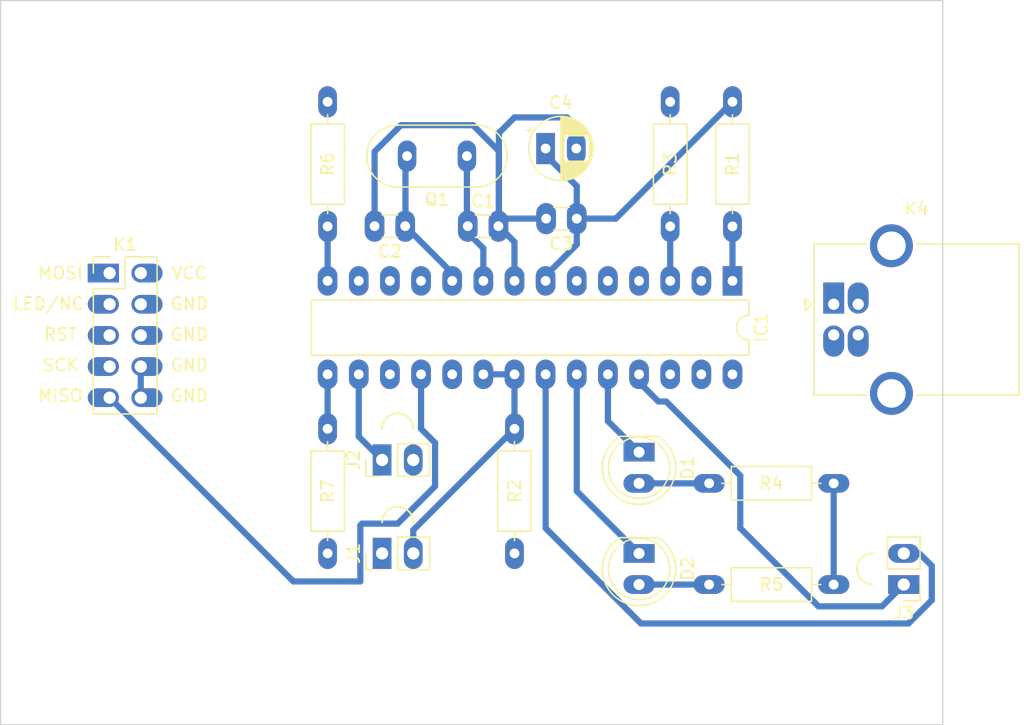
<source format=kicad_pcb>
(kicad_pcb (version 20211014) (generator pcbnew)
  (layers (0 "F.Cu" signal) (31 "B.Cu" signal) (34 "B.Paste" user) (35 "F.Paste" user) (36 "B.SilkS" user "B.Silkscreen") (37 "F.SilkS" user "F.Silkscreen") (38 "B.Mask" user) (39 "F.Mask" user) (44 "Edge.Cuts" user))
  (net 0 "")
  (net 1 "Net-(C1-Pad1)")
  (net 2 "GND")
  (net 3 "Net-(C2-Pad1)")
  (net 4 "VCC")
  (net 5 "Net-(D1-Pad1)")
  (net 6 "Net-(D1-Pad2)")
  (net 7 "Net-(D2-Pad1)")
  (net 8 "Net-(D2-Pad2)")
  (net 9 "Net-(IC1-Pad1)")
  (net 10 "Net-(IC1-Pad2)")
  (net 11 "Net-(IC1-Pad3)")
  (net 12 "Net-(IC1-Pad15)")
  (net 18 "Net-(IC1-Pad14)")
  (net 19 "Net-(IC1-Pad16)")
  (net 20 "Net-(IC1-Pad17)")
  (net 21 "Net-(IC1-Pad18)")
  (net 22 "Net-(IC1-Pad19)")
  (net 23 "Net-(IC1-Pad25)")
  (net 27 "Net-(J1-Pad1)")
  (net 29 "Net-(K1-Pad4)")
  (net 30 "Net-(K4-Pad2)")
  (net 31 "Net-(K4-Pad3)")
  (footprint "My_Parts:Jumper_1x02_P2.54mm_large" (layer "F.Cu") (at 191.135 162.56 90)
    (fp_text reference "J1" (at 0 -2.33 90) (layer "F.SilkS"))
    (fp_text value "V Target" hide)
    (fp_line (start -1.33 0) (end -1.33 -1.33) (layer "F.SilkS") (width 0.12))
    (fp_line (start -1.33 1.27) (end -1.33 3.87) (layer "F.SilkS") (width 0.12))
    (fp_line (start -1.33 -1.33) (end 0 -1.33) (layer "F.SilkS") (width 0.12))
    (fp_line (start 1.33 1.27) (end 1.33 3.87) (layer "F.SilkS") (width 0.12))
    (fp_line (start -1.33 1.27) (end 1.33 1.27) (layer "F.SilkS") (width 0.12))
    (fp_line (start -1.33 3.87) (end 1.33 3.87) (layer "F.SilkS") (width 0.12))
    (fp_arc (start 2.54 0) (mid 3.81 1.27) (end 2.54 2.54) (layer "F.SilkS") (width 0.15))
    (pad "1" thru_hole rect locked (at 0 0 90) (size 2.54 1.524) (drill 1) (layers *.Cu *.Mask) (net 27 "Net-(J1-Pad1)"))
    (pad "2" thru_hole oval locked (at 0 2.54 90) (size 2.54 1.524) (drill 1) (layers *.Cu *.Mask) (net 4 "VCC"))
  )
  (footprint "My_Misc:R_Axial_DIN0207_L6.3mm_D2.5mm_P10.16mm_Horizontal_larger_pads" (layer "F.Cu") (at 186.69 152.4 -90)
    (fp_text reference "R7" (at 5.08 0 90) (layer "F.SilkS"))
    (fp_text value "68R" hide)
    (fp_line (start 8.35 -1.37) (end 1.81 -1.37) (layer "F.SilkS") (width 0.12))
    (fp_line (start 1.81 1.37) (end 8.35 1.37) (layer "F.SilkS") (width 0.12))
    (fp_line (start 9.12 0) (end 8.35 0) (layer "F.SilkS") (width 0.12))
    (fp_line (start 8.35 1.37) (end 8.35 -1.37) (layer "F.SilkS") (width 0.12))
    (fp_line (start 1.04 0) (end 1.81 0) (layer "F.SilkS") (width 0.12))
    (fp_line (start 1.81 -1.37) (end 1.81 1.37) (layer "F.SilkS") (width 0.12))
    (pad "1" thru_hole oval (at 0 0 270) (size 2.54 1.524) (drill 0.8) (layers *.Cu *.Mask) (net 12 "Net-(IC1-Pad15)"))
    (pad "2" thru_hole oval (at 10.16 0 270) (size 2.54 1.524) (drill 0.8) (layers *.Cu *.Mask) (net 31 "Net-(K4-Pad3)"))
  )
  (footprint "My_Misc:LED_D5.0mm_larger_pads" (layer "F.Cu") (at 212.09 162.56 -90)
    (fp_text reference "D2" (at 1.27 -3.96 90) (layer "F.SilkS"))
    (fp_text value "Green" hide)
    (fp_line (start -1.29 -1.545) (end -1.29 1.545) (layer "F.SilkS") (width 0.12))
    (fp_arc (start 4.26 -0.000462) (mid 2.072002 2.880433) (end -1.29 1.54483) (layer "F.SilkS") (width 0.12))
    (fp_arc (start -1.29 -1.54483) (mid 2.072002 -2.880433) (end 4.26 0.000462) (layer "F.SilkS") (width 0.12))
    (fp_circle (center 1.27 0) (end 3.77 0) (layer "F.SilkS") (width 0.12) (fill none))
    (pad "1" thru_hole rect locked (at 0 0 270) (size 1.524 2.54) (drill 0.9) (layers *.Cu *.Mask) (net 7 "Net-(D2-Pad1)"))
    (pad "2" thru_hole oval locked (at 2.54 0 270) (size 1.524 2.54) (drill 0.9) (layers *.Cu *.Mask) (net 8 "Net-(D2-Pad2)"))
  )
  (footprint "My_Misc:R_Axial_DIN0207_L6.3mm_D2.5mm_P10.16mm_Horizontal_larger_pads" (layer "F.Cu") (at 201.93 152.4 -90)
    (fp_text reference "R2" (at 5.08 0 90) (layer "F.SilkS"))
    (fp_text value "1.5k" hide)
    (fp_line (start 8.35 1.37) (end 8.35 -1.37) (layer "F.SilkS") (width 0.12))
    (fp_line (start 1.81 1.37) (end 8.35 1.37) (layer "F.SilkS") (width 0.12))
    (fp_line (start 8.35 -1.37) (end 1.81 -1.37) (layer "F.SilkS") (width 0.12))
    (fp_line (start 1.81 -1.37) (end 1.81 1.37) (layer "F.SilkS") (width 0.12))
    (fp_line (start 9.12 0) (end 8.35 0) (layer "F.SilkS") (width 0.12))
    (fp_line (start 1.04 0) (end 1.81 0) (layer "F.SilkS") (width 0.12))
    (pad "1" thru_hole oval (at 0 0 270) (size 2.54 1.524) (drill 0.8) (layers *.Cu *.Mask) (net 4 "VCC"))
    (pad "2" thru_hole oval (at 10.16 0 270) (size 2.54 1.524) (drill 0.8) (layers *.Cu *.Mask) (net 18 "Net-(IC1-Pad14)"))
  )
  (footprint "My_Misc:Crystal_HC49-4H_Vertical_large" (layer "F.Cu") (at 198.05 130.155 180)
    (fp_text reference "Q1" (at 2.44 -3.525) (layer "F.SilkS"))
    (fp_text value "12MHz")
    (fp_line (start -0.76 -2.525) (end 5.64 -2.525) (layer "F.SilkS") (width 0.12))
    (fp_line (start -0.76 2.525) (end 5.64 2.525) (layer "F.SilkS") (width 0.12))
    (fp_arc (start -0.76 2.525) (mid -3.285 0) (end -0.76 -2.525) (layer "F.SilkS") (width 0.12))
    (fp_arc (start 5.64 -2.525) (mid 8.165 0) (end 5.64 2.525) (layer "F.SilkS") (width 0.12))
    (pad "1" thru_hole oval locked (at 0 0 180) (size 1.5 2.54) (drill 0.8) (layers *.Cu *.Mask) (net 1 "Net-(C1-Pad1)"))
    (pad "2" thru_hole oval locked (at 4.88 0 180) (size 1.5 2.54) (drill 0.8) (layers *.Cu *.Mask) (net 3 "Net-(C2-Pad1)"))
  )
  (footprint "My_Misc:R_Axial_DIN0207_L6.3mm_D2.5mm_P10.16mm_Horizontal_larger_pads" (layer "F.Cu") (at 214.63 135.89 90)
    (fp_text reference "R3" (at 5.08 0 90) (layer "F.SilkS"))
    (fp_text value "270R" hide)
    (fp_line (start 1.81 1.37) (end 8.35 1.37) (layer "F.SilkS") (width 0.12))
    (fp_line (start 8.35 -1.37) (end 1.81 -1.37) (layer "F.SilkS") (width 0.12))
    (fp_line (start 9.12 0) (end 8.35 0) (layer "F.SilkS") (width 0.12))
    (fp_line (start 8.35 1.37) (end 8.35 -1.37) (layer "F.SilkS") (width 0.12))
    (fp_line (start 1.04 0) (end 1.81 0) (layer "F.SilkS") (width 0.12))
    (fp_line (start 1.81 -1.37) (end 1.81 1.37) (layer "F.SilkS") (width 0.12))
    (pad "1" thru_hole oval (at 0 0 90) (size 2.54 1.524) (drill 0.8) (layers *.Cu *.Mask) (net 11 "Net-(IC1-Pad3)"))
    (pad "2" thru_hole oval (at 10.16 0 90) (size 2.54 1.524) (drill 0.8) (layers *.Cu *.Mask) (net 29 "Net-(K1-Pad4)"))
  )
  (footprint "My_Misc:LED_D5.0mm_larger_pads" (layer "F.Cu") (at 212.09 154.305 -90)
    (fp_text reference "D1" (at 1.27 -3.96 90) (layer "F.SilkS"))
    (fp_text value "Red" hide)
    (fp_line (start -1.29 -1.545) (end -1.29 1.545) (layer "F.SilkS") (width 0.12))
    (fp_arc (start -1.29 -1.54483) (mid 2.072002 -2.880433) (end 4.26 0.000462) (layer "F.SilkS") (width 0.12))
    (fp_arc (start 4.26 -0.000462) (mid 2.072002 2.880433) (end -1.29 1.54483) (layer "F.SilkS") (width 0.12))
    (fp_circle (center 1.27 0) (end 3.77 0) (layer "F.SilkS") (width 0.12) (fill none))
    (pad "1" thru_hole rect locked (at 0 0 270) (size 1.524 2.54) (drill 0.9) (layers *.Cu *.Mask) (net 5 "Net-(D1-Pad1)"))
    (pad "2" thru_hole oval locked (at 2.54 0 270) (size 1.524 2.54) (drill 0.9) (layers *.Cu *.Mask) (net 6 "Net-(D1-Pad2)"))
  )
  (footprint "My_Parts:Jumper_1x02_P2.54mm_large" (layer "F.Cu") (at 191.135 154.94 90)
    (fp_text reference "J2" (at 0 -2.33 90) (layer "F.SilkS"))
    (fp_text value "Self programming" hide)
    (fp_line (start -1.33 3.87) (end 1.33 3.87) (layer "F.SilkS") (width 0.12))
    (fp_line (start 1.33 1.27) (end 1.33 3.87) (layer "F.SilkS") (width 0.12))
    (fp_line (start -1.33 1.27) (end -1.33 3.87) (layer "F.SilkS") (width 0.12))
    (fp_line (start -1.33 -1.33) (end 0 -1.33) (layer "F.SilkS") (width 0.12))
    (fp_line (start -1.33 0) (end -1.33 -1.33) (layer "F.SilkS") (width 0.12))
    (fp_line (start -1.33 1.27) (end 1.33 1.27) (layer "F.SilkS") (width 0.12))
    (fp_arc (start 2.54 0) (mid 3.81 1.27) (end 2.54 2.54) (layer "F.SilkS") (width 0.15))
    (pad "1" thru_hole rect locked (at 0 0 90) (size 2.54 1.524) (drill 1) (layers *.Cu *.Mask) (net 19 "Net-(IC1-Pad16)"))
    (pad "2" thru_hole oval locked (at 0 2.54 90) (size 2.54 1.524) (drill 1) (layers *.Cu *.Mask) (net 9 "Net-(IC1-Pad1)"))
  )
  (footprint "My_Misc:R_Axial_DIN0207_L6.3mm_D2.5mm_P10.16mm_Horizontal_larger_pads" (layer "F.Cu") (at 227.965 156.845 180)
    (fp_text reference "R4" (at 5.08 0) (layer "F.SilkS"))
    (fp_text value "1k" hide)
    (fp_line (start 8.35 -1.37) (end 1.81 -1.37) (layer "F.SilkS") (width 0.12))
    (fp_line (start 8.35 1.37) (end 8.35 -1.37) (layer "F.SilkS") (width 0.12))
    (fp_line (start 1.81 -1.37) (end 1.81 1.37) (layer "F.SilkS") (width 0.12))
    (fp_line (start 1.04 0) (end 1.81 0) (layer "F.SilkS") (width 0.12))
    (fp_line (start 9.12 0) (end 8.35 0) (layer "F.SilkS") (width 0.12))
    (fp_line (start 1.81 1.37) (end 8.35 1.37) (layer "F.SilkS") (width 0.12))
    (pad "1" thru_hole oval (at 0 0 180) (size 2.54 1.524) (drill 0.8) (layers *.Cu *.Mask) (net 4 "VCC"))
    (pad "2" thru_hole oval (at 10.16 0 180) (size 2.54 1.524) (drill 0.8) (layers *.Cu *.Mask) (net 6 "Net-(D1-Pad2)"))
  )
  (footprint "My_Misc:R_Axial_DIN0207_L6.3mm_D2.5mm_P10.16mm_Horizontal_larger_pads" (layer "F.Cu") (at 186.69 135.89 90)
    (fp_text reference "R6" (at 5.08 0 90) (layer "F.SilkS"))
    (fp_text value "68R" hide)
    (fp_line (start 1.81 -1.37) (end 1.81 1.37) (layer "F.SilkS") (width 0.12))
    (fp_line (start 8.35 -1.37) (end 1.81 -1.37) (layer "F.SilkS") (width 0.12))
    (fp_line (start 8.35 1.37) (end 8.35 -1.37) (layer "F.SilkS") (width 0.12))
    (fp_line (start 1.04 0) (end 1.81 0) (layer "F.SilkS") (width 0.12))
    (fp_line (start 9.12 0) (end 8.35 0) (layer "F.SilkS") (width 0.12))
    (fp_line (start 1.81 1.37) (end 8.35 1.37) (layer "F.SilkS") (width 0.12))
    (pad "1" thru_hole oval (at 0 0 90) (size 2.54 1.524) (drill 0.8) (layers *.Cu *.Mask) (net 18 "Net-(IC1-Pad14)"))
    (pad "2" thru_hole oval (at 10.16 0 90) (size 2.54 1.524) (drill 0.8) (layers *.Cu *.Mask) (net 30 "Net-(K4-Pad2)"))
  )
  (footprint "Package_DIP:DIP-28_W7.62mm_LongPads" (layer "F.Cu") (at 219.71 140.335 -90)
    (fp_text reference "IC1" (at 3.81 -2.33 90) (layer "F.SilkS"))
    (fp_text value "ATmega8-16P")
    (fp_line (start 6.06 -1.33) (end 4.81 -1.33) (layer "F.SilkS") (width 0.12))
    (fp_line (start 1.56 -1.33) (end 1.56 34.35) (layer "F.SilkS") (width 0.12))
    (fp_line (start 2.81 -1.33) (end 1.56 -1.33) (layer "F.SilkS") (width 0.12))
    (fp_line (start 1.56 34.35) (end 6.06 34.35) (layer "F.SilkS") (width 0.12))
    (fp_line (start 6.06 34.35) (end 6.06 -1.33) (layer "F.SilkS") (width 0.12))
    (fp_arc (start 4.81 -1.33) (mid 3.81 -0.33) (end 2.81 -1.33) (layer "F.SilkS") (width 0.12))
    (pad "1" thru_hole rect (at 0 0 270) (size 2.4 1.6) (drill 0.8) (layers *.Cu *.Mask) (net 9 "Net-(IC1-Pad1)"))
    (pad "2" thru_hole oval (at 0 2.54 270) (size 2.4 1.6) (drill 0.8) (layers *.Cu *.Mask) (net 10 "Net-(IC1-Pad2)"))
    (pad "3" thru_hole oval (at 0 5.08 270) (size 2.4 1.6) (drill 0.8) (layers *.Cu *.Mask) (net 11 "Net-(IC1-Pad3)"))
    (pad "4" thru_hole oval (at 0 7.62 270) (size 2.4 1.6) (drill 0.8) (layers *.Cu *.Mask) (net 12 "Net-(IC1-Pad15)"))
    (pad "5" thru_hole oval (at 0 10.16 270) (size 2.4 1.6) (drill 0.8) (layers *.Cu *.Mask))
    (pad "6" thru_hole oval (at 0 12.7 270) (size 2.4 1.6) (drill 0.8) (layers *.Cu *.Mask))
    (pad "7" thru_hole oval (at 0 15.24 270) (size 2.4 1.6) (drill 0.8) (layers *.Cu *.Mask) (net 4 "VCC"))
    (pad "8" thru_hole oval (at 0 17.78 270) (size 2.4 1.6) (drill 0.8) (layers *.Cu *.Mask) (net 2 "GND"))
    (pad "9" thru_hole oval (at 0 20.32 270) (size 2.4 1.6) (drill 0.8) (layers *.Cu *.Mask) (net 1 "Net-(C1-Pad1)"))
    (pad "10" thru_hole oval (at 0 22.86 270) (size 2.4 1.6) (drill 0.8) (layers *.Cu *.Mask) (net 3 "Net-(C2-Pad1)"))
    (pad "11" thru_hole oval (at 0 25.4 270) (size 2.4 1.6) (drill 0.8) (layers *.Cu *.Mask))
    (pad "12" thru_hole oval (at 0 27.94 270) (size 2.4 1.6) (drill 0.8) (layers *.Cu *.Mask))
    (pad "13" thru_hole oval (at 0 30.48 270) (size 2.4 1.6) (drill 0.8) (layers *.Cu *.Mask))
    (pad "14" thru_hole oval (at 0 33.02 270) (size 2.4 1.6) (drill 0.8) (layers *.Cu *.Mask) (net 18 "Net-(IC1-Pad14)"))
    (pad "15" thru_hole oval (at 7.62 33.02 270) (size 2.4 1.6) (drill 0.8) (layers *.Cu *.Mask) (net 12 "Net-(IC1-Pad15)"))
    (pad "16" thru_hole oval (at 7.62 30.48 270) (size 2.4 1.6) (drill 0.8) (layers *.Cu *.Mask) (net 19 "Net-(IC1-Pad16)"))
    (pad "17" thru_hole oval (at 7.62 27.94 270) (size 2.4 1.6) (drill 0.8) (layers *.Cu *.Mask) (net 20 "Net-(IC1-Pad17)"))
    (pad "18" thru_hole oval (at 7.62 25.4 270) (size 2.4 1.6) (drill 0.8) (layers *.Cu *.Mask) (net 21 "Net-(IC1-Pad18)"))
    (pad "19" thru_hole oval (at 7.62 22.86 270) (size 2.4 1.6) (drill 0.8) (layers *.Cu *.Mask) (net 22 "Net-(IC1-Pad19)"))
    (pad "20" thru_hole oval (at 7.62 20.32 270) (size 2.4 1.6) (drill 0.8) (layers *.Cu *.Mask) (net 4 "VCC"))
    (pad "21" thru_hole oval (at 7.62 17.78 270) (size 2.4 1.6) (drill 0.8) (layers *.Cu *.Mask) (net 4 "VCC"))
    (pad "22" thru_hole oval (at 7.62 15.24 270) (size 2.4 1.6) (drill 0.8) (layers *.Cu *.Mask) (net 2 "GND"))
    (pad "23" thru_hole oval (at 7.62 12.7 270) (size 2.4 1.6) (drill 0.8) (layers *.Cu *.Mask) (net 7 "Net-(D2-Pad1)"))
    (pad "24" thru_hole oval (at 7.62 10.16 270) (size 2.4 1.6) (drill 0.8) (layers *.Cu *.Mask) (net 5 "Net-(D1-Pad1)"))
    (pad "25" thru_hole oval (at 7.62 7.62 270) (size 2.4 1.6) (drill 0.8) (layers *.Cu *.Mask) (net 23 "Net-(IC1-Pad25)"))
    (pad "26" thru_hole oval (at 7.62 5.08 270) (size 2.4 1.6) (drill 0.8) (layers *.Cu *.Mask))
    (pad "27" thru_hole oval (at 7.62 2.54 270) (size 2.4 1.6) (drill 0.8) (layers *.Cu *.Mask))
    (pad "28" thru_hole oval (at 7.62 0 270) (size 2.4 1.6) (drill 0.8) (layers *.Cu *.Mask))
  )
  (footprint "My_Misc:R_Axial_DIN0207_L6.3mm_D2.5mm_P10.16mm_Horizontal_larger_pads" (layer "F.Cu") (at 227.965 165.1 180)
    (fp_text reference "R5" (at 5.08 0) (layer "F.SilkS"))
    (fp_text value "10k" hide)
    (fp_line (start 8.35 1.37) (end 8.35 -1.37) (layer "F.SilkS") (width 0.12))
    (fp_line (start 8.35 -1.37) (end 1.81 -1.37) (layer "F.SilkS") (width 0.12))
    (fp_line (start 1.81 -1.37) (end 1.81 1.37) (layer "F.SilkS") (width 0.12))
    (fp_line (start 1.04 0) (end 1.81 0) (layer "F.SilkS") (width 0.12))
    (fp_line (start 9.12 0) (end 8.35 0) (layer "F.SilkS") (width 0.12))
    (fp_line (start 1.81 1.37) (end 8.35 1.37) (layer "F.SilkS") (width 0.12))
    (pad "1" thru_hole oval (at 0 0 180) (size 2.54 1.524) (drill 0.8) (layers *.Cu *.Mask) (net 4 "VCC"))
    (pad "2" thru_hole oval (at 10.16 0 180) (size 2.54 1.524) (drill 0.8) (layers *.Cu *.Mask) (net 8 "Net-(D2-Pad2)"))
  )
  (footprint "My_Headers:2x5_ISP_header_large" (layer "F.Cu") (at 168.91 139.7)
    (fp_text reference "K1" (at 1.27 -2.33) (layer "F.SilkS"))
    (fp_text value "ISP header" hide)
    (fp_text user "GND" (at 6.5 7.5) (layer "F.SilkS"))
    (fp_text user "SCK" (at -4 7.5) (layer "F.SilkS"))
    (fp_text user "RST" (at -4 5) (layer "F.SilkS"))
    (fp_text user "LED/NC" (at -5 2.5) (layer "F.SilkS"))
    (fp_text user "MISO" (at -4 10) (layer "F.SilkS"))
    (fp_text user "VCC" (at 6.5 0) (layer "F.SilkS"))
    (fp_text user "MOSI" (at -4 0) (layer "F.SilkS"))
    (fp_text user "GND" (at 6.5 10) (layer "F.SilkS"))
    (fp_text user "GND" (at 6.5 5) (layer "F.SilkS"))
    (fp_text user "GND" (at 6.5 2.5) (layer "F.SilkS"))
    (fp_line (start -1.33 1.27) (end 1.27 1.27) (layer "F.SilkS") (width 0.12))
    (fp_line (start 1.27 1.27) (end 1.27 -1.33) (layer "F.SilkS") (width 0.12))
    (fp_line (start -1.33 0) (end -1.33 -1.33) (layer "F.SilkS") (width 0.12))
    (fp_line (start -1.33 11.49) (end 3.87 11.49) (layer "F.SilkS") (width 0.12))
    (fp_line (start 3.87 -1.33) (end 3.87 11.49) (layer "F.SilkS") (width 0.12))
    (fp_line (start -1.33 1.27) (end -1.33 11.49) (layer "F.SilkS") (width 0.12))
    (fp_line (start -1.33 -1.33) (end 0 -1.33) (layer "F.SilkS") (width 0.12))
    (fp_line (start 1.27 -1.33) (end 3.87 -1.33) (layer "F.SilkS") (width 0.12))
    (pad "1" thru_hole rect locked (at 0 0) (size 2.54 1.524) (drill 1 (offset -0.508 0)) (layers *.Cu *.Mask) (net 20 "Net-(IC1-Pad17)"))
    (pad "2" thru_hole oval locked (at 2.54 0) (size 2.54 1.524) (drill 1 (offset 0.508 0)) (layers *.Cu *.Mask) (net 27 "Net-(J1-Pad1)"))
    (pad "3" thru_hole oval locked (at 0 2.54) (size 2.54 1.524) (drill 1 (offset -0.508 0)) (layers *.Cu *.Mask))
    (pad "4" thru_hole oval locked (at 2.54 2.54) (size 2.54 1.524) (drill 1 (offset 0.508 0)) (layers *.Cu *.Mask) (net 29 "Net-(K1-Pad4)"))
    (pad "5" thru_hole oval locked (at 0 5.08) (size 2.54 1.524) (drill 1 (offset -0.508 0)) (layers *.Cu *.Mask) (net 19 "Net-(IC1-Pad16)"))
    (pad "6" thru_hole oval locked (at 2.54 5.08) (size 2.54 1.524) (drill 1 (offset 0.508 0)) (layers *.Cu *.Mask) (net 10 "Net-(IC1-Pad2)"))
    (pad "7" thru_hole oval locked (at 0 7.62) (size 2.54 1.524) (drill 1 (offset -0.508 0)) (layers *.Cu *.Mask) (net 22 "Net-(IC1-Pad19)"))
    (pad "8" thru_hole oval locked (at 2.54 7.62) (size 2.54 1.524) (drill 1 (offset 0.508 0)) (layers *.Cu *.Mask) (net 2 "GND"))
    (pad "9" thru_hole oval locked (at 0 10.16) (size 2.54 1.524) (drill 1 (offset -0.508 0)) (layers *.Cu *.Mask) (net 21 "Net-(IC1-Pad18)"))
    (pad "10" thru_hole oval locked (at 2.54 10.16) (size 2.54 1.524) (drill 1 (offset 0.508 0)) (layers *.Cu *.Mask) (net 2 "GND"))
  )
  (footprint "My_Misc:CP_Radial_D5.0mm_P2.50mm_larger_pads" (layer "F.Cu") (at 204.47 129.54)
    (fp_text reference "C4" (at 1.25 -3.75) (layer "F.SilkS"))
    (fp_text value "10u" hide)
    (fp_line (start 3.171 -1.743) (end 3.171 -1.04) (layer "F.SilkS") (width 0.12))
    (fp_line (start 3.371 -1.5) (end 3.371 -1.04) (layer "F.SilkS") (width 0.12))
    (fp_line (start -1.304775 -1.725) (end -1.304775 -1.225) (layer "F.SilkS") (width 0.12))
    (fp_line (start 1.25 -2.58) (end 1.25 2.58) (layer "F.SilkS") (width 0.12))
    (fp_line (start 3.571 -1.178) (end 3.571 1.178) (layer "F.SilkS") (width 0.12))
    (fp_line (start 3.651 -1.011) (end 3.651 1.011) (layer "F.SilkS") (width 0.12))
    (fp_line (start 1.73 1.04) (end 1.73 2.536) (layer "F.SilkS") (width 0.12))
    (fp_line (start 2.931 -1.971) (end 2.931 -1.04) (layer "F.SilkS") (width 0.12))
    (fp_line (start 2.411 1.04) (end 2.411 2.31) (layer "F.SilkS") (width 0.12))
    (fp_line (start 2.451 -2.29) (end 2.451 -1.04) (layer "F.SilkS") (width 0.12))
    (fp_line (start 1.57 -2.561) (end 1.57 -1.04) (layer "F.SilkS") (width 0.12))
    (fp_line (start 2.531 -2.247) (end 2.531 -1.04) (layer "F.SilkS") (width 0.12))
    (fp_line (start 3.131 -1.785) (end 3.131 -1.04) (layer "F.SilkS") (width 0.12))
    (fp_line (start 1.69 1.04) (end 1.69 2.543) (layer "F.SilkS") (width 0.12))
    (fp_line (start 2.251 1.04) (end 2.251 2.382) (layer "F.SilkS") (width 0.12))
    (fp_line (start 2.851 -2.035) (end 2.851 -1.04) (layer "F.SilkS") (width 0.12))
    (fp_line (start 1.77 -2.528) (end 1.77 -1.04) (layer "F.SilkS") (width 0.12))
    (fp_line (start 2.691 1.04) (end 2.691 2.149) (layer "F.SilkS") (width 0.12))
    (fp_line (start 2.851 1.04) (end 2.851 2.035) (layer "F.SilkS") (width 0.12))
    (fp_line (start 3.011 1.04) (end 3.011 1.901) (layer "F.SilkS") (width 0.12))
    (fp_line (start 2.491 -2.268) (end 2.491 -1.04) (layer "F.SilkS") (width 0.12))
    (fp_line (start 2.051 1.04) (end 2.051 2.455) (layer "F.SilkS") (width 0.12))
    (fp_line (start 1.33 -2.579) (end 1.33 2.579) (layer "F.SilkS") (width 0.12))
    (fp_line (start 2.291 1.04) (end 2.291 2.365) (layer "F.SilkS") (width 0.12))
    (fp_line (start 2.051 -2.455) (end 2.051 -1.04) (layer "F.SilkS") (width 0.12))
    (fp_line (start 1.61 1.04) (end 1.61 2.556) (layer "F.SilkS") (width 0.12))
    (fp_line (start 2.331 -2.348) (end 2.331 -1.04) (layer "F.SilkS") (width 0.12))
    (fp_line (start 2.811 1.04) (end 2.811 2.065) (layer "F.SilkS") (width 0.12))
    (fp_line (start 2.771 1.04) (end 2.771 2.095) (layer "F.SilkS") (width 0.12))
    (fp_line (start 2.091 1.04) (end 2.091 2.442) (layer "F.SilkS") (width 0.12))
    (fp_line (start 1.49 -2.569) (end 1.49 -1.04) (layer "F.SilkS") (width 0.12))
    (fp_line (start 2.531 1.04) (end 2.531 2.247) (layer "F.SilkS") (width 0.12))
    (fp_line (start 1.93 1.04) (end 1.93 2.491) (layer "F.SilkS") (width 0.12))
    (fp_line (start 3.611 -1.098) (end 3.611 1.098) (layer "F.SilkS") (width 0.12))
    (fp_line (start 1.89 -2.501) (end 1.89 -1.04) (layer "F.SilkS") (width 0.12))
    (fp_line (start 2.251 -2.382) (end 2.251 -1.04) (layer "F.SilkS") (width 0.12))
    (fp_line (start 3.051 1.04) (end 3.051 1.864) (layer "F.SilkS") (width 0.12))
    (fp_line (start 1.53 1.04) (end 1.53 2.565) (layer "F.SilkS") (width 0.12))
    (fp_line (start 3.091 1.04) (end 3.091 1.826) (layer "F.SilkS") (width 0.12))
    (fp_line (start 3.411 -1.443) (end 3.411 -1.04) (layer "F.SilkS") (width 0.12))
    (fp_line (start 2.891 -2.004) (end 2.891 -1.04) (layer "F.SilkS") (width 0.12))
    (fp_line (start 2.451 1.04) (end 2.451 2.29) (layer "F.SilkS") (width 0.12))
    (fp_line (start 2.371 -2.329) (end 2.371 -1.04) (layer "F.SilkS") (width 0.12))
    (fp_line (start 2.491 1.04) (end 2.491 2.268) (layer "F.SilkS") (width 0.12))
    (fp_line (start 3.131 1.04) (end 3.131 1.785) (layer "F.SilkS") (width 0.12))
    (fp_line (start 2.611 -2.2) (end 2.611 -1.04) (layer "F.SilkS") (width 0.12))
    (fp_line (start 3.531 -1.251) (end 3.531 -1.04) (layer "F.SilkS") (width 0.12))
    (fp_line (start 2.011 -2.468) (end 2.011 -1.04) (layer "F.SilkS") (width 0.12))
    (fp_line (start 3.731 -0.805) (end 3.731 0.805) (layer "F.SilkS") (width 0.12))
    (fp_line (start 2.211 -2.398) (end 2.211 -1.04) (layer "F.SilkS") (width 0.12))
    (fp_line (start 2.211 1.04) (end 2.211 2.398) (layer "F.SilkS") (width 0.12))
    (fp_line (start 2.611 1.04) (end 2.611 2.2) (layer "F.SilkS") (width 0.12))
    (fp_line (start 3.491 1.04) (end 3.491 1.319) (layer "F.SilkS") (width 0.12))
    (fp_line (start 3.331 1.04) (end 3.331 1.554) (layer "F.SilkS") (width 0.12))
    (fp_line (start 1.971 1.04) (end 1.971 2.48) (layer "F.SilkS") (width 0.12))
    (fp_line (start 1.971 -2.48) (end 1.971 -1.04) (layer "F.SilkS") (width 0.12))
    (fp_line (start -1.554775 -1.475) (end -1.054775 -1.475) (layer "F.SilkS") (width 0.12))
    (fp_line (start 2.971 1.04) (end 2.971 1.937) (layer "F.SilkS") (width 0.12))
    (fp_line (start 3.411 1.04) (end 3.411 1.443) (layer "F.SilkS") (width 0.12))
    (fp_line (start 3.811 -0.518) (end 3.811 0.518) (layer "F.SilkS") (width 0.12))
    (fp_line (start 2.571 -2.224) (end 2.571 -1.04) (layer "F.SilkS") (width 0.12))
    (fp_line (start 3.331 -1.554) (end 3.331 -1.04) (layer "F.SilkS") (width 0.12))
    (fp_line (start 1.89 1.04) (end 1.89 2.501) (layer "F.SilkS") (width 0.12))
    (fp_line (start 1.65 1.04) (end 1.65 2.55) (layer "F.SilkS") (width 0.12))
    (fp_line (start 3.051 -1.864) (end 3.051 -1.04) (layer "F.SilkS") (width 0.12))
    (fp_line (start 2.731 -2.122) (end 2.731 -1.04) (layer "F.SilkS") (width 0.12))
    (fp_line (start 3.451 1.04) (end 3.451 1.383) (layer "F.SilkS") (width 0.12))
    (fp_line (start 3.291 1.04) (end 3.291 1.605) (layer "F.SilkS") (width 0.12))
    (fp_line (start 2.811 -2.065) (end 2.811 -1.04) (layer "F.SilkS") (width 0.12))
    (fp_line (start 3.531 1.04) (end 3.531 1.251) (layer "F.SilkS") (width 0.12))
    (fp_line (start 2.131 1.04) (end 2.131 2.428) (layer "F.SilkS") (width 0.12))
    (fp_line (start 1.57 1.04) (end 1.57 2.561) (layer "F.SilkS") (width 0.12))
    (fp_line (start 2.891 1.04) (end 2.891 2.004) (layer "F.SilkS") (width 0.12))
    (fp_line (start 2.291 -2.365) (end 2.291 -1.04) (layer "F.SilkS") (width 0.12))
    (fp_line (start 2.091 -2.442) (end 2.091 -1.04) (layer "F.SilkS") (width 0.12))
    (fp_line (start 2.131 -2.428) (end 2.131 -1.04) (layer "F.SilkS") (width 0.12))
    (fp_line (start 1.77 1.04) (end 1.77 2.528) (layer "F.SilkS") (width 0.12))
    (fp_line (start 3.371 1.04) (end 3.371 1.5) (layer "F.SilkS") (width 0.12))
    (fp_line (start 3.691 -0.915) (end 3.691 0.915) (layer "F.SilkS") (width 0.12))
    (fp_line (start 3.771 -0.677) (end 3.771 0.677) (layer "F.SilkS") (width 0.12))
    (fp_line (start 1.73 -2.536) (end 1.73 -1.04) (layer "F.SilkS") (width 0.12))
    (fp_line (start 1.85 1.04) (end 1.85 2.511) (layer "F.SilkS") (width 0.12))
    (fp_line (start 2.731 1.04) (end 2.731 2.122) (layer "F.SilkS") (width 0.12))
    (fp_line (start 1.49 1.04) (end 1.49 2.569) (layer "F.SilkS") (width 0.12))
    (fp_line (start 2.331 1.04) (end 2.331 2.348) (layer "F.SilkS") (width 0.12))
    (fp_line (start 1.61 -2.556) (end 1.61 -1.04) (layer "F.SilkS") (width 0.12))
    (fp_line (start 1.93 -2.491) (end 1.93 -1.04) (layer "F.SilkS") (width 0.12))
    (fp_line (start 2.371 1.04) (end 2.371 2.329) (layer "F.SilkS") (width 0.12))
    (fp_line (start 3.491 -1.319) (end 3.491 -1.04) (layer "F.SilkS") (width 0.12))
    (fp_line (start 2.971 -1.937) (end 2.971 -1.04) (layer "F.SilkS") (width 0.12))
    (fp_line (start 1.81 1.04) (end 1.81 2.52) (layer "F.SilkS") (width 0.12))
    (fp_line (start 1.69 -2.543) (end 1.69 -1.04) (layer "F.SilkS") (width 0.12))
    (fp_line (start 3.251 1.04) (end 3.251 1.653) (layer "F.SilkS") (width 0.12))
    (fp_line (start 2.411 -2.31) (end 2.411 -1.04) (layer "F.SilkS") (width 0.12))
    (fp_line (start 2.691 -2.149) (end 2.691 -1.04) (layer "F.SilkS") (width 0.12))
    (fp_line (start 3.291 -1.605) (end 3.291 -1.04) (layer "F.SilkS") (width 0.12))
    (fp_line (start 1.53 -2.565) (end 1.53 -1.04) (layer "F.SilkS") (width 0.12))
    (fp_line (start 2.571 1.04) (end 2.571 2.224) (layer "F.SilkS") (width 0.12))
    (fp_line (start 1.37 -2.578) (end 1.37 2.578) (layer "F.SilkS") (width 0.12))
    (fp_line (start 2.771 -2.095) (end 2.771 -1.04) (layer "F.SilkS") (width 0.12))
    (fp_line (start 2.171 -2.414) (end 2.171 -1.04) (layer "F.SilkS") (width 0.12))
    (fp_line (start 3.851 -0.284) (end 3.851 0.284) (layer "F.SilkS") (width 0.12))
    (fp_line (start 2.931 1.04) (end 2.931 1.971) (layer "F.SilkS") (width 0.12))
    (fp_line (start 1.45 -2.573) (end 1.45 2.573) (layer "F.SilkS") (width 0.12))
    (fp_line (start 1.85 -2.511) (end 1.85 -1.04) (layer "F.SilkS") (width 0.12))
    (fp_line (start 3.211 1.04) (end 3.211 1.699) (layer "F.SilkS") (width 0.12))
    (fp_line (start 3.011 -1.901) (end 3.011 -1.04) (layer "F.SilkS") (width 0.12))
    (fp_line (start 1.41 -2.576) (end 1.41 2.576) (layer "F.SilkS") (width 0.12))
    (fp_line (start 2.171 1.04) (end 2.171 2.414) (layer "F.SilkS") (width 0.12))
    (fp_line (start 2.651 1.04) (end 2.651 2.175) (layer "F.SilkS") (width 0.12))
    (fp_line (start 3.211 -1.699) (end 3.211 -1.04) (layer "F.SilkS") (width 0.12))
    (fp_line (start 1.29 -2.58) (end 1.29 2.58) (layer "F.SilkS") (width 0.12))
    (fp_line (start 1.81 -2.52) (end 1.81 -1.04) (layer "F.SilkS") (width 0.12))
    (fp_line (start 3.171 1.04) (end 3.171 1.743) (layer "F.SilkS") (width 0.12))
    (fp_line (start 3.451 -1.383) (end 3.451 -1.04) (layer "F.SilkS") (width 0.12))
    (fp_line (start 3.091 -1.826) (end 3.091 -1.04) (layer "F.SilkS") (width 0.12))
    (fp_line (start 3.251 -1.653) (end 3.251 -1.04) (layer "F.SilkS") (width 0.12))
    (fp_line (start 2.011 1.04) (end 2.011 2.468) (layer "F.SilkS") (width 0.12))
    (fp_line (start 2.651 -2.175) (end 2.651 -1.04) (layer "F.SilkS") (width 0.12))
    (fp_line (start 1.65 -2.55) (end 1.65 -1.04) (layer "F.SilkS") (width 0.12))
    (fp_circle (center 1.25 0) (end 3.87 0) (layer "F.SilkS") (width 0.12) (fill none))
    (pad "1" thru_hole rect (at 0 0) (size 1.524 2.54) (drill 0.8) (layers *.Cu *.Mask) (net 4 "VCC"))
    (pad "2" thru_hole oval (at 2.5 0) (size 1.524 2.54) (drill 0.8) (layers *.Cu *.Mask) (net 2 "GND"))
  )
  (footprint "My_Misc:C_Disc_D3.0mm_W1.6mm_P2.50mm_larg" (layer "F.Cu") (at 193.02 135.87 180)
    (fp_text reference "C2" (at 1.25 -2.05) (layer "F.SilkS"))
    (fp_text value "22p")
    (fp_line (start 0.621 -0.92) (end 1.879 -0.92) (layer "F.SilkS") (width 0.12))
    (fp_line (start 0.621 0.92) (end 1.879 0.92) (layer "F.SilkS") (width 0.12))
    (pad "1" thru_hole oval locked (at 0 0 180) (size 1.6 2.54) (drill 0.8) (layers *.Cu *.Mask) (net 3 "Net-(C2-Pad1)"))
    (pad "2" thru_hole oval locked (at 2.5 0 180) (size 1.6 2.54) (drill 0.8) (layers *.Cu *.Mask) (net 2 "GND"))
  )
  (footprint "My_Misc:USB_B_OST_USB-B1HSxx_Horizontal_large" (layer "F.Cu") (at 227.965 142.24)
    (fp_text reference "K4" (at 6.76 -7.77) (layer "F.SilkS"))
    (fp_text value "USB-B")
    (fp_line (start -1.6 7.41) (end 2.66 7.41) (layer "F.SilkS") (width 0.12))
    (fp_line (start -2.32 -0.5) (end -2.32 0.5) (layer "F.SilkS") (width 0.12))
    (fp_line (start -1.82 0) (end -2.32 -0.5) (layer "F.SilkS") (width 0.12))
    (fp_line (start 6.76 -4.91) (end 15.12 -4.91) (layer "F.SilkS") (width 0.12))
    (fp_line (start 2.66 -4.91) (end -1.6 -4.91) (layer "F.SilkS") (width 0.12))
    (fp_line (start -1.6 -4.91) (end -1.6 7.41) (layer "F.SilkS") (width 0.12))
    (fp_line (start -2.32 0.5) (end -1.82 0) (layer "F.SilkS") (width 0.12))
    (fp_line (start 15.12 7.41) (end 6.76 7.41) (layer "F.SilkS") (width 0.12))
    (fp_line (start 15.12 -4.91) (end 15.12 7.41) (layer "F.SilkS") (width 0.12))
    (pad "1" thru_hole rect locked (at 0 0) (size 1.7 2.54) (drill 0.92 (offset 0 -0.508)) (layers *.Cu *.Mask) (net 4 "VCC"))
    (pad "2" thru_hole oval locked (at 0 2.5) (size 1.7 2.54) (drill 0.92 (offset 0 0.508)) (layers *.Cu *.Mask) (net 30 "Net-(K4-Pad2)"))
    (pad "3" thru_hole oval locked (at 2 2.5) (size 1.7 2.54) (drill 0.92 (offset 0 0.508)) (layers *.Cu *.Mask) (net 31 "Net-(K4-Pad3)"))
    (pad "4" thru_hole oval locked (at 2 0) (size 1.7 2.54) (drill 0.92 (offset 0 -0.508)) (layers *.Cu *.Mask) (net 2 "GND"))
    (pad "5" thru_hole circle locked (at 4.71 7.27) (size 3.5 3.5) (drill 2.33) (layers *.Cu *.Mask) (net 2 "GND"))
    (pad "5" thru_hole circle locked (at 4.71 -4.77) (size 3.5 3.5) (drill 2.33) (layers *.Cu *.Mask) (net 2 "GND"))
  )
  (footprint "My_Misc:C_Disc_D3.0mm_W1.6mm_P2.50mm_larg" (layer "F.Cu") (at 198.12 135.87)
    (fp_text reference "C1" (at 1.25 -2.05) (layer "F.SilkS"))
    (fp_text value "22p")
    (fp_line (start 0.621 -0.92) (end 1.879 -0.92) (layer "F.SilkS") (width 0.12))
    (fp_line (start 0.621 0.92) (end 1.879 0.92) (layer "F.SilkS") (width 0.12))
    (pad "1" thru_hole oval locked (at 0 0) (size 1.6 2.54) (drill 0.8) (layers *.Cu *.Mask) (net 1 "Net-(C1-Pad1)"))
    (pad "2" thru_hole oval locked (at 2.5 0) (size 1.6 2.54) (drill 0.8) (layers *.Cu *.Mask) (net 2 "GND"))
  )
  (footprint "My_Parts:Jumper_1x02_P2.54mm_large" (layer "F.Cu") (at 233.68 165.1 180)
    (fp_text reference "J3" (at 0 -2.33) (layer "F.SilkS"))
    (fp_text value "Slow SCK" hide)
    (fp_line (start 1.33 1.27) (end 1.33 3.87) (layer "F.SilkS") (width 0.12))
    (fp_line (start -1.33 3.87) (end 1.33 3.87) (layer "F.SilkS") (width 0.12))
    (fp_line (start -1.33 -1.33) (end 0 -1.33) (layer "F.SilkS") (width 0.12))
    (fp_line (start -1.33 1.27) (end -1.33 3.87) (layer "F.SilkS") (width 0.12))
    (fp_line (start -1.33 0) (end -1.33 -1.33) (layer "F.SilkS") (width 0.12))
    (fp_line (start -1.33 1.27) (end 1.33 1.27) (layer "F.SilkS") (width 0.12))
    (fp_arc (start 2.54 0) (mid 3.81 1.27) (end 2.54 2.54) (layer "F.SilkS") (width 0.15))
    (pad "1" thru_hole rect locked (at 0 0 180) (size 2.54 1.524) (drill 1) (layers *.Cu *.Mask) (net 23 "Net-(IC1-Pad25)"))
    (pad "2" thru_hole oval locked (at 0 2.54 180) (size 2.54 1.524) (drill 1) (layers *.Cu *.Mask) (net 2 "GND"))
  )
  (footprint "My_Misc:R_Axial_DIN0207_L6.3mm_D2.5mm_P10.16mm_Horizontal_larger_pads" (layer "F.Cu") (at 219.71 125.73 -90)
    (fp_text reference "R1" (at 5.08 0 90) (layer "F.SilkS"))
    (fp_text value "10k" hide)
    (fp_line (start 8.35 -1.37) (end 1.81 -1.37) (layer "F.SilkS") (width 0.12))
    (fp_line (start 1.04 0) (end 1.81 0) (layer "F.SilkS") (width 0.12))
    (fp_line (start 8.35 1.37) (end 8.35 -1.37) (layer "F.SilkS") (width 0.12))
    (fp_line (start 1.81 -1.37) (end 1.81 1.37) (layer "F.SilkS") (width 0.12))
    (fp_line (start 1.81 1.37) (end 8.35 1.37) (layer "F.SilkS") (width 0.12))
    (fp_line (start 9.12 0) (end 8.35 0) (layer "F.SilkS") (width 0.12))
    (pad "1" thru_hole oval (at 0 0 270) (size 2.54 1.524) (drill 0.8) (layers *.Cu *.Mask) (net 4 "VCC"))
    (pad "2" thru_hole oval (at 10.16 0 270) (size 2.54 1.524) (drill 0.8) (layers *.Cu *.Mask) (net 9 "Net-(IC1-Pad1)"))
  )
  (footprint "My_Misc:C_Disc_D3.0mm_W1.6mm_P2.50mm_larg" (layer "F.Cu") (at 207.01 135.255 180)
    (fp_text reference "C3" (at 1.25 -2.05) (layer "F.SilkS"))
    (fp_text value "0.1u")
    (fp_line (start 0.621 0.92) (end 1.879 0.92) (layer "F.SilkS") (width 0.12))
    (fp_line (start 0.621 -0.92) (end 1.879 -0.92) (layer "F.SilkS") (width 0.12))
    (pad "1" thru_hole oval locked (at 0 0 180) (size 1.6 2.54) (drill 0.8) (layers *.Cu *.Mask) (net 4 "VCC"))
    (pad "2" thru_hole oval locked (at 2.5 0 180) (size 1.6 2.54) (drill 0.8) (layers *.Cu *.Mask) (net 2 "GND"))
  )
  (gr_line (start 160.02 176.53) (end 236.855 176.53) (layer "Edge.Cuts") (width 0.1))
  (gr_line (start 236.855 176.53) (end 236.855 117.475) (layer "Edge.Cuts") (width 0.1))
  (gr_line (start 160.02 117.475) (end 160.02 176.53) (layer "Edge.Cuts") (width 0.1))
  (gr_line (start 236.855 117.475) (end 160.02 117.475) (layer "Edge.Cuts") (width 0.1))
  (segment (start 198.12 136.407533) (end 199.39 137.677533) (width 0.508) (layer "B.Cu") (net 1))
  (segment (start 198.05 130.155) (end 198.05 135.82) (width 0.508) (layer "B.Cu") (net 1))
  (segment (start 199.39 137.677533) (end 199.39 140.335) (width 0.508) (layer "B.Cu") (net 1))
  (segment (start 198.05 135.82) (end 198.12 135.89) (width 0.508) (layer "B.Cu") (net 1))
  (segment (start 198.12 135.89) (end 198.12 136.407533) (width 0.508) (layer "B.Cu") (net 1))
  (segment (start 204.51 135.255) (end 201.295 135.255) (width 0.508) (layer "B.Cu") (net 2))
  (segment (start 198.546822 127.635) (end 200.66 129.748178) (width 0.508) (layer "B.Cu") (net 2))
  (segment (start 235.965511 163.575511) (end 234.95 162.56) (width 0.508) (layer "B.Cu") (net 2))
  (segment (start 171.45 149.86) (end 171.45 147.32) (width 0.508) (layer "B.Cu") (net 2))
  (segment (start 204.47 147.955) (end 204.47 160.501792) (width 0.508) (layer "B.Cu") (net 2))
  (segment (start 200.66 128.27) (end 200.66 135.255) (width 0.508) (layer "B.Cu") (net 2))
  (segment (start 200.66 129.748178) (end 200.66 135.89) (width 0.508) (layer "B.Cu") (net 2))
  (segment (start 206.97 129.54) (end 206.97 127.762) (width 0.508) (layer "B.Cu") (net 2))
  (segment (start 234.06098 168.275) (end 235.965511 166.370469) (width 0.508) (layer "B.Cu") (net 2))
  (segment (start 200.66 135.89) (end 201.93 137.16) (width 0.508) (layer "B.Cu") (net 2))
  (segment (start 234.95 162.56) (end 233.68 162.56) (width 0.508) (layer "B.Cu") (net 2))
  (segment (start 201.93 127) (end 200.66 128.27) (width 0.508) (layer "B.Cu") (net 2))
  (segment (start 190.52 135.87) (end 190.52 129.788178) (width 0.508) (layer "B.Cu") (net 2))
  (segment (start 206.208 127) (end 201.93 127) (width 0.508) (layer "B.Cu") (net 2))
  (segment (start 201.295 135.255) (end 200.66 135.89) (width 0.508) (layer "B.Cu") (net 2))
  (segment (start 212.243208 168.275) (end 234.06098 168.275) (width 0.508) (layer "B.Cu") (net 2))
  (segment (start 206.97 127.762) (end 206.208 127) (width 0.508) (layer "B.Cu") (net 2))
  (segment (start 235.965511 166.370469) (end 235.965511 163.575511) (width 0.508) (layer "B.Cu") (net 2))
  (segment (start 201.93 137.16) (end 201.93 140.335) (width 0.508) (layer "B.Cu") (net 2))
  (segment (start 204.47 160.501792) (end 212.243208 168.275) (width 0.508) (layer "B.Cu") (net 2))
  (segment (start 192.673178 127.635) (end 198.546822 127.635) (width 0.508) (layer "B.Cu") (net 2))
  (segment (start 190.52 129.788178) (end 192.673178 127.635) (width 0.508) (layer "B.Cu") (net 2))
  (segment (start 193.04 130.175) (end 193.675 129.54) (width 0.508) (layer "B.Cu") (net 3))
  (segment (start 196.85 140.335) (end 196.85 139.7) (width 0.508) (layer "B.Cu") (net 3))
  (segment (start 196.85 139.7) (end 193.04 135.89) (width 0.508) (layer "B.Cu") (net 3))
  (segment (start 193.04 135.89) (end 193.04 130.175) (width 0.508) (layer "B.Cu") (net 3))
  (segment (start 204.47 130.061792) (end 204.47 129.54) (width 0.508) (layer "B.Cu") (net 4))
  (segment (start 207.01 135.255) (end 207.01 132.601792) (width 0.508) (layer "B.Cu") (net 4))
  (segment (start 207.01 135.255) (end 207.01 137.367467) (width 0.508) (layer "B.Cu") (net 4))
  (segment (start 201.93 152.4) (end 201.93 147.955) (width 0.508) (layer "B.Cu") (net 4))
  (segment (start 210.185 135.255) (end 207.01 135.255) (width 0.508) (layer "B.Cu") (net 4))
  (segment (start 219.71 125.73) (end 210.185 135.255) (width 0.508) (layer "B.Cu") (net 4))
  (segment (start 201.93 147.955) (end 199.39 147.955) (width 0.508) (layer "B.Cu") (net 4))
  (segment (start 207.01 137.367467) (end 204.47 139.907467) (width 0.508) (layer "B.Cu") (net 4))
  (segment (start 193.675 162.56) (end 193.675 160.655) (width 0.508) (layer "B.Cu") (net 4))
  (segment (start 193.675 160.655) (end 201.93 152.4) (width 0.508) (layer "B.Cu") (net 4))
  (segment (start 207.01 132.601792) (end 204.47 130.061792) (width 0.508) (layer "B.Cu") (net 4))
  (segment (start 227.965 165.1) (end 227.965 156.845) (width 0.508) (layer "B.Cu") (net 4))
  (segment (start 204.47 139.907467) (end 204.47 140.335) (width 0.508) (layer "B.Cu") (net 4))
  (segment (start 209.55 151.765) (end 209.55 147.955) (width 0.508) (layer "B.Cu") (net 5))
  (segment (start 212.09 154.305) (end 209.55 151.765) (width 0.508) (layer "B.Cu") (net 5))
  (segment (start 212.09 156.845) (end 217.805 156.845) (width 0.508) (layer "B.Cu") (net 6))
  (segment (start 207.01 157.48) (end 207.01 147.955) (width 0.508) (layer "B.Cu") (net 7))
  (segment (start 212.09 162.56) (end 207.01 157.48) (width 0.508) (layer "B.Cu") (net 7))
  (segment (start 212.09 165.1) (end 217.805 165.1) (width 0.508) (layer "B.Cu") (net 8))
  (segment (start 219.71 140.335) (end 219.71 135.255) (width 0.508) (layer "B.Cu") (net 9))
  (segment (start 214.63 135.89) (end 214.63 140.335) (width 0.508) (layer "B.Cu") (net 11))
  (segment (start 186.69 152.4) (end 186.69 147.955) (width 0.508) (layer "B.Cu") (net 12))
  (segment (start 186.69 140.335) (end 186.69 135.255) (width 0.508) (layer "B.Cu") (net 18))
  (segment (start 191.135 154.94) (end 189.23 153.035) (width 0.508) (layer "B.Cu") (net 19))
  (segment (start 189.23 153.035) (end 189.23 147.955) (width 0.508) (layer "B.Cu") (net 19))
  (segment (start 192.40548 160.129148) (end 195.45252 157.082108) (width 0.508) (layer "B.Cu") (net 21))
  (segment (start 168.91 149.86) (end 183.89552 164.84552) (width 0.508) (layer "B.Cu") (net 21))
  (segment (start 183.89552 164.84552) (end 189.35748 164.84552) (width 0.508) (layer "B.Cu") (net 21))
  (segment (start 189.50283 160.129148) (end 192.40548 160.129148) (width 0.508) (layer "B.Cu") (net 21))
  (segment (start 194.31 152.39904) (end 194.31 147.955) (width 0.508) (layer "B.Cu") (net 21))
  (segment (start 189.35748 160.274498) (end 189.50283 160.129148) (width 0.508) (layer "B.Cu") (net 21))
  (segment (start 195.45252 153.54156) (end 194.31 152.39904) (width 0.508) (layer "B.Cu") (net 21))
  (segment (start 189.35748 164.84552) (end 189.35748 160.274498) (width 0.508) (layer "B.Cu") (net 21))
  (segment (start 195.45252 157.082108) (end 195.45252 153.54156) (width 0.508) (layer "B.Cu") (net 21))
  (segment (start 213.67052 150.17052) (end 212.09 148.59) (width 0.508) (layer "B.Cu") (net 23))
  (segment (start 220.345 160.501792) (end 220.345 156.21) (width 0.508) (layer "B.Cu") (net 23))
  (segment (start 226.720728 166.87752) (end 220.345 160.501792) (width 0.508) (layer "B.Cu") (net 23))
  (segment (start 231.90248 166.87752) (end 226.720728 166.87752) (width 0.508) (layer "B.Cu") (net 23))
  (segment (start 212.09 148.59) (end 212.09 147.955) (width 0.508) (layer "B.Cu") (net 23))
  (segment (start 220.345 156.21) (end 214.30552 150.17052) (width 0.508) (layer "B.Cu") (net 23))
  (segment (start 214.30552 150.17052) (end 213.67052 150.17052) (width 0.508) (layer "B.Cu") (net 23))
  (segment (start 233.68 165.1) (end 231.90248 166.87752) (width 0.508) (layer "B.Cu") (net 23))
)
</source>
